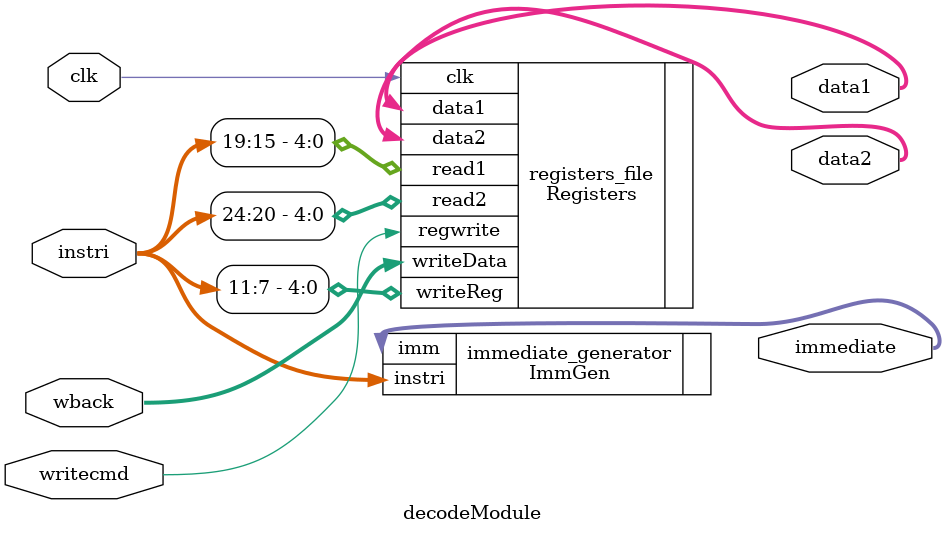
<source format=v>

module decodeModule(clk, instri, writecmd, wback, data1, data2, immediate);
	input		clk;
	input		writecmd;
	input		[31:0]instri, wback;
	output	[31:0]data1, data2, immediate;

	
	
	Registers registers_file (
		.clk (clk),
		.regwrite (writecmd), 
		.read1 (instri[19:15]),
		.read2 (instri[24:20]),
		.writeReg (instri[11:7]),
		.writeData (wback),
		.data1 (data1),
		.data2 (data2)
	);
	
	ImmGen immediate_generator (
			.instri (instri),
			.imm (immediate)
		);
endmodule
</source>
